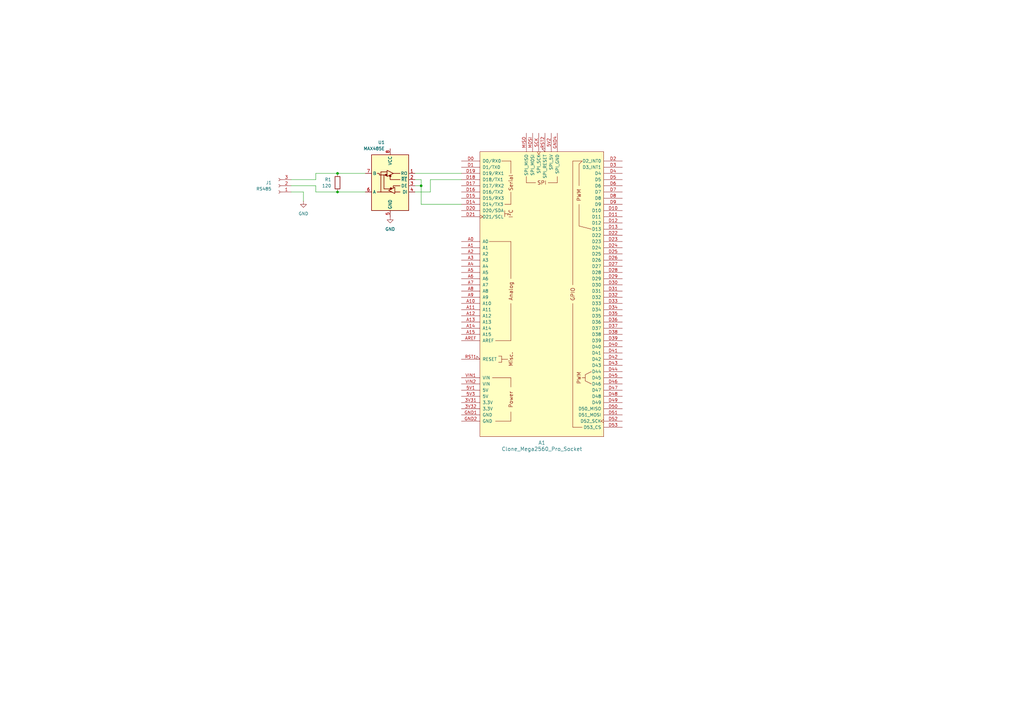
<source format=kicad_sch>
(kicad_sch
	(version 20231120)
	(generator "eeschema")
	(generator_version "8.0")
	(uuid "99e1b092-f874-406a-b97f-4ed9420e3dfe")
	(paper "A3")
	(lib_symbols
		(symbol "Connector:Conn_01x03_Socket"
			(pin_names
				(offset 1.016) hide)
			(exclude_from_sim no)
			(in_bom yes)
			(on_board yes)
			(property "Reference" "J"
				(at 0 5.08 0)
				(effects
					(font
						(size 1.27 1.27)
					)
				)
			)
			(property "Value" "Conn_01x03_Socket"
				(at 0 -5.08 0)
				(effects
					(font
						(size 1.27 1.27)
					)
				)
			)
			(property "Footprint" ""
				(at 0 0 0)
				(effects
					(font
						(size 1.27 1.27)
					)
					(hide yes)
				)
			)
			(property "Datasheet" "~"
				(at 0 0 0)
				(effects
					(font
						(size 1.27 1.27)
					)
					(hide yes)
				)
			)
			(property "Description" "Generic connector, single row, 01x03, script generated"
				(at 0 0 0)
				(effects
					(font
						(size 1.27 1.27)
					)
					(hide yes)
				)
			)
			(property "ki_locked" ""
				(at 0 0 0)
				(effects
					(font
						(size 1.27 1.27)
					)
				)
			)
			(property "ki_keywords" "connector"
				(at 0 0 0)
				(effects
					(font
						(size 1.27 1.27)
					)
					(hide yes)
				)
			)
			(property "ki_fp_filters" "Connector*:*_1x??_*"
				(at 0 0 0)
				(effects
					(font
						(size 1.27 1.27)
					)
					(hide yes)
				)
			)
			(symbol "Conn_01x03_Socket_1_1"
				(arc
					(start 0 -2.032)
					(mid -0.5058 -2.54)
					(end 0 -3.048)
					(stroke
						(width 0.1524)
						(type default)
					)
					(fill
						(type none)
					)
				)
				(polyline
					(pts
						(xy -1.27 -2.54) (xy -0.508 -2.54)
					)
					(stroke
						(width 0.1524)
						(type default)
					)
					(fill
						(type none)
					)
				)
				(polyline
					(pts
						(xy -1.27 0) (xy -0.508 0)
					)
					(stroke
						(width 0.1524)
						(type default)
					)
					(fill
						(type none)
					)
				)
				(polyline
					(pts
						(xy -1.27 2.54) (xy -0.508 2.54)
					)
					(stroke
						(width 0.1524)
						(type default)
					)
					(fill
						(type none)
					)
				)
				(arc
					(start 0 0.508)
					(mid -0.5058 0)
					(end 0 -0.508)
					(stroke
						(width 0.1524)
						(type default)
					)
					(fill
						(type none)
					)
				)
				(arc
					(start 0 3.048)
					(mid -0.5058 2.54)
					(end 0 2.032)
					(stroke
						(width 0.1524)
						(type default)
					)
					(fill
						(type none)
					)
				)
				(pin passive line
					(at -5.08 2.54 0)
					(length 3.81)
					(name "Pin_1"
						(effects
							(font
								(size 1.27 1.27)
							)
						)
					)
					(number "1"
						(effects
							(font
								(size 1.27 1.27)
							)
						)
					)
				)
				(pin passive line
					(at -5.08 0 0)
					(length 3.81)
					(name "Pin_2"
						(effects
							(font
								(size 1.27 1.27)
							)
						)
					)
					(number "2"
						(effects
							(font
								(size 1.27 1.27)
							)
						)
					)
				)
				(pin passive line
					(at -5.08 -2.54 0)
					(length 3.81)
					(name "Pin_3"
						(effects
							(font
								(size 1.27 1.27)
							)
						)
					)
					(number "3"
						(effects
							(font
								(size 1.27 1.27)
							)
						)
					)
				)
			)
		)
		(symbol "Device:R"
			(pin_numbers hide)
			(pin_names
				(offset 0)
			)
			(exclude_from_sim no)
			(in_bom yes)
			(on_board yes)
			(property "Reference" "R"
				(at 2.032 0 90)
				(effects
					(font
						(size 1.27 1.27)
					)
				)
			)
			(property "Value" "R"
				(at 0 0 90)
				(effects
					(font
						(size 1.27 1.27)
					)
				)
			)
			(property "Footprint" ""
				(at -1.778 0 90)
				(effects
					(font
						(size 1.27 1.27)
					)
					(hide yes)
				)
			)
			(property "Datasheet" "~"
				(at 0 0 0)
				(effects
					(font
						(size 1.27 1.27)
					)
					(hide yes)
				)
			)
			(property "Description" "Resistor"
				(at 0 0 0)
				(effects
					(font
						(size 1.27 1.27)
					)
					(hide yes)
				)
			)
			(property "ki_keywords" "R res resistor"
				(at 0 0 0)
				(effects
					(font
						(size 1.27 1.27)
					)
					(hide yes)
				)
			)
			(property "ki_fp_filters" "R_*"
				(at 0 0 0)
				(effects
					(font
						(size 1.27 1.27)
					)
					(hide yes)
				)
			)
			(symbol "R_0_1"
				(rectangle
					(start -1.016 -2.54)
					(end 1.016 2.54)
					(stroke
						(width 0.254)
						(type default)
					)
					(fill
						(type none)
					)
				)
			)
			(symbol "R_1_1"
				(pin passive line
					(at 0 3.81 270)
					(length 1.27)
					(name "~"
						(effects
							(font
								(size 1.27 1.27)
							)
						)
					)
					(number "1"
						(effects
							(font
								(size 1.27 1.27)
							)
						)
					)
				)
				(pin passive line
					(at 0 -3.81 90)
					(length 1.27)
					(name "~"
						(effects
							(font
								(size 1.27 1.27)
							)
						)
					)
					(number "2"
						(effects
							(font
								(size 1.27 1.27)
							)
						)
					)
				)
			)
		)
		(symbol "Interface_UART:MAX485E"
			(exclude_from_sim no)
			(in_bom yes)
			(on_board yes)
			(property "Reference" "U"
				(at -6.096 11.43 0)
				(effects
					(font
						(size 1.27 1.27)
					)
				)
			)
			(property "Value" "MAX485E"
				(at 0.762 11.43 0)
				(effects
					(font
						(size 1.27 1.27)
					)
					(justify left)
				)
			)
			(property "Footprint" ""
				(at 0 -17.78 0)
				(effects
					(font
						(size 1.27 1.27)
					)
					(hide yes)
				)
			)
			(property "Datasheet" "https://datasheets.maximintegrated.com/en/ds/MAX1487E-MAX491E.pdf"
				(at 0 1.27 0)
				(effects
					(font
						(size 1.27 1.27)
					)
					(hide yes)
				)
			)
			(property "Description" "Half duplex RS-485/RS-422, 2.5 Mbps, ±15kV electro-static discharge (ESD) protection, no slew-rate, no low-power shutdown, with receiver/driver enable, 32 receiver drive capability, DIP-8 and SOIC-8"
				(at 0 0 0)
				(effects
					(font
						(size 1.27 1.27)
					)
					(hide yes)
				)
			)
			(property "ki_keywords" "transceiver"
				(at 0 0 0)
				(effects
					(font
						(size 1.27 1.27)
					)
					(hide yes)
				)
			)
			(property "ki_fp_filters" "DIP*W7.62mm* SOIC*3.9x4.9mm*P1.27mm*"
				(at 0 0 0)
				(effects
					(font
						(size 1.27 1.27)
					)
					(hide yes)
				)
			)
			(symbol "MAX485E_0_1"
				(rectangle
					(start -7.62 10.16)
					(end 7.62 -12.7)
					(stroke
						(width 0.254)
						(type default)
					)
					(fill
						(type background)
					)
				)
				(circle
					(center -0.3048 -3.683)
					(radius 0.3556)
					(stroke
						(width 0.254)
						(type default)
					)
					(fill
						(type outline)
					)
				)
				(circle
					(center -0.0254 1.4986)
					(radius 0.3556)
					(stroke
						(width 0.254)
						(type default)
					)
					(fill
						(type outline)
					)
				)
				(polyline
					(pts
						(xy -4.064 -5.08) (xy -1.905 -5.08)
					)
					(stroke
						(width 0.254)
						(type default)
					)
					(fill
						(type none)
					)
				)
				(polyline
					(pts
						(xy -4.064 2.54) (xy -1.27 2.54)
					)
					(stroke
						(width 0.254)
						(type default)
					)
					(fill
						(type none)
					)
				)
				(polyline
					(pts
						(xy -1.27 -3.2004) (xy -1.27 -3.4544)
					)
					(stroke
						(width 0.254)
						(type default)
					)
					(fill
						(type none)
					)
				)
				(polyline
					(pts
						(xy -0.635 -5.08) (xy 5.334 -5.08)
					)
					(stroke
						(width 0.254)
						(type default)
					)
					(fill
						(type none)
					)
				)
				(polyline
					(pts
						(xy -4.064 -2.54) (xy -1.27 -2.54) (xy -1.27 -3.175)
					)
					(stroke
						(width 0.254)
						(type default)
					)
					(fill
						(type none)
					)
				)
				(polyline
					(pts
						(xy 0 1.27) (xy 0 0) (xy -4.064 0)
					)
					(stroke
						(width 0.254)
						(type default)
					)
					(fill
						(type none)
					)
				)
				(polyline
					(pts
						(xy 1.27 3.175) (xy 3.81 3.175) (xy 3.81 -5.08)
					)
					(stroke
						(width 0.254)
						(type default)
					)
					(fill
						(type none)
					)
				)
				(polyline
					(pts
						(xy 2.54 1.905) (xy 2.54 -3.81) (xy 0 -3.81)
					)
					(stroke
						(width 0.254)
						(type default)
					)
					(fill
						(type none)
					)
				)
				(polyline
					(pts
						(xy -1.905 -3.175) (xy -1.905 -5.715) (xy 0.635 -4.445) (xy -1.905 -3.175)
					)
					(stroke
						(width 0.254)
						(type default)
					)
					(fill
						(type none)
					)
				)
				(polyline
					(pts
						(xy -1.27 2.54) (xy 1.27 3.81) (xy 1.27 1.27) (xy -1.27 2.54)
					)
					(stroke
						(width 0.254)
						(type default)
					)
					(fill
						(type none)
					)
				)
				(polyline
					(pts
						(xy 1.905 1.905) (xy 4.445 1.905) (xy 4.445 2.54) (xy 5.334 2.54)
					)
					(stroke
						(width 0.254)
						(type default)
					)
					(fill
						(type none)
					)
				)
				(rectangle
					(start 1.27 3.175)
					(end 1.27 3.175)
					(stroke
						(width 0)
						(type default)
					)
					(fill
						(type none)
					)
				)
				(circle
					(center 1.651 1.905)
					(radius 0.3556)
					(stroke
						(width 0.254)
						(type default)
					)
					(fill
						(type outline)
					)
				)
			)
			(symbol "MAX485E_1_1"
				(pin output line
					(at -10.16 2.54 0)
					(length 2.54)
					(name "RO"
						(effects
							(font
								(size 1.27 1.27)
							)
						)
					)
					(number "1"
						(effects
							(font
								(size 1.27 1.27)
							)
						)
					)
				)
				(pin input line
					(at -10.16 0 0)
					(length 2.54)
					(name "~{RE}"
						(effects
							(font
								(size 1.27 1.27)
							)
						)
					)
					(number "2"
						(effects
							(font
								(size 1.27 1.27)
							)
						)
					)
				)
				(pin input line
					(at -10.16 -2.54 0)
					(length 2.54)
					(name "DE"
						(effects
							(font
								(size 1.27 1.27)
							)
						)
					)
					(number "3"
						(effects
							(font
								(size 1.27 1.27)
							)
						)
					)
				)
				(pin input line
					(at -10.16 -5.08 0)
					(length 2.54)
					(name "DI"
						(effects
							(font
								(size 1.27 1.27)
							)
						)
					)
					(number "4"
						(effects
							(font
								(size 1.27 1.27)
							)
						)
					)
				)
				(pin power_in line
					(at 0 -15.24 90)
					(length 2.54)
					(name "GND"
						(effects
							(font
								(size 1.27 1.27)
							)
						)
					)
					(number "5"
						(effects
							(font
								(size 1.27 1.27)
							)
						)
					)
				)
				(pin bidirectional line
					(at 10.16 -5.08 180)
					(length 2.54)
					(name "A"
						(effects
							(font
								(size 1.27 1.27)
							)
						)
					)
					(number "6"
						(effects
							(font
								(size 1.27 1.27)
							)
						)
					)
				)
				(pin bidirectional line
					(at 10.16 2.54 180)
					(length 2.54)
					(name "B"
						(effects
							(font
								(size 1.27 1.27)
							)
						)
					)
					(number "7"
						(effects
							(font
								(size 1.27 1.27)
							)
						)
					)
				)
				(pin power_in line
					(at 0 12.7 270)
					(length 2.54)
					(name "VCC"
						(effects
							(font
								(size 1.27 1.27)
							)
						)
					)
					(number "8"
						(effects
							(font
								(size 1.27 1.27)
							)
						)
					)
				)
			)
		)
		(symbol "arduino-library:Clone_Mega2560_Pro_Socket"
			(pin_names
				(offset 1.016)
			)
			(exclude_from_sim no)
			(in_bom yes)
			(on_board yes)
			(property "Reference" "A"
				(at 0 -62.23 0)
				(effects
					(font
						(size 1.524 1.524)
					)
				)
			)
			(property "Value" "Clone_Mega2560_Pro_Socket"
				(at 0 -66.04 0)
				(effects
					(font
						(size 1.524 1.524)
					)
				)
			)
			(property "Footprint" "PCM_arduino-library:Clone_Mega2560_Pro_Socket"
				(at 0 -73.66 0)
				(effects
					(font
						(size 1.524 1.524)
					)
					(hide yes)
				)
			)
			(property "Datasheet" "https://www.pcboard.ca/mega-2560-pro"
				(at 0 -69.85 0)
				(effects
					(font
						(size 1.524 1.524)
					)
					(hide yes)
				)
			)
			(property "Description" "Socket for Common Unofficial Mega2560 Pro Clone"
				(at 0 0 0)
				(effects
					(font
						(size 1.27 1.27)
					)
					(hide yes)
				)
			)
			(property "ki_keywords" "Clone MPU Shield"
				(at 0 0 0)
				(effects
					(font
						(size 1.27 1.27)
					)
					(hide yes)
				)
			)
			(property "ki_fp_filters" "Clone_Mega2560_Pro_Shield"
				(at 0 0 0)
				(effects
					(font
						(size 1.27 1.27)
					)
					(hide yes)
				)
			)
			(symbol "Clone_Mega2560_Pro_Socket_0_0"
				(rectangle
					(start -25.4 -58.42)
					(end 25.4 58.42)
					(stroke
						(width 0)
						(type default)
					)
					(fill
						(type background)
					)
				)
				(rectangle
					(start -20.32 -34.29)
					(end -12.7 -34.29)
					(stroke
						(width 0)
						(type default)
					)
					(fill
						(type none)
					)
				)
				(rectangle
					(start -19.05 -52.07)
					(end -12.7 -52.07)
					(stroke
						(width 0)
						(type default)
					)
					(fill
						(type none)
					)
				)
				(rectangle
					(start -19.05 -19.05)
					(end -12.7 -19.05)
					(stroke
						(width 0)
						(type default)
					)
					(fill
						(type none)
					)
				)
				(rectangle
					(start -17.78 -27.94)
					(end -16.51 -27.94)
					(stroke
						(width 0)
						(type default)
					)
					(fill
						(type none)
					)
				)
				(rectangle
					(start -17.78 -25.4)
					(end -16.51 -25.4)
					(stroke
						(width 0)
						(type default)
					)
					(fill
						(type none)
					)
				)
				(rectangle
					(start -16.51 -26.67)
					(end -13.97 -26.67)
					(stroke
						(width 0)
						(type default)
					)
					(fill
						(type none)
					)
				)
				(rectangle
					(start -16.51 -25.4)
					(end -16.51 -27.94)
					(stroke
						(width 0)
						(type default)
					)
					(fill
						(type none)
					)
				)
				(rectangle
					(start -16.51 54.61)
					(end -12.7 54.61)
					(stroke
						(width 0)
						(type default)
					)
					(fill
						(type none)
					)
				)
				(rectangle
					(start -15.24 33.02)
					(end -13.97 33.02)
					(stroke
						(width 0)
						(type default)
					)
					(fill
						(type none)
					)
				)
				(rectangle
					(start -15.24 34.29)
					(end -15.24 31.75)
					(stroke
						(width 0)
						(type default)
					)
					(fill
						(type none)
					)
				)
				(rectangle
					(start -15.24 36.83)
					(end -12.7 36.83)
					(stroke
						(width 0)
						(type default)
					)
					(fill
						(type none)
					)
				)
				(rectangle
					(start -12.7 -48.26)
					(end -12.7 -52.07)
					(stroke
						(width 0)
						(type default)
					)
					(fill
						(type none)
					)
				)
				(rectangle
					(start -12.7 -34.29)
					(end -12.7 -38.1)
					(stroke
						(width 0)
						(type default)
					)
					(fill
						(type none)
					)
				)
				(rectangle
					(start -12.7 41.91)
					(end -12.7 36.83)
					(stroke
						(width 0)
						(type default)
					)
					(fill
						(type none)
					)
				)
				(rectangle
					(start -12.7 49.53)
					(end -12.7 54.61)
					(stroke
						(width 0)
						(type default)
					)
					(fill
						(type none)
					)
				)
				(rectangle
					(start -6.35 48.26)
					(end -6.35 45.72)
					(stroke
						(width 0)
						(type default)
					)
					(fill
						(type none)
					)
				)
				(rectangle
					(start -2.54 45.72)
					(end -6.35 45.72)
					(stroke
						(width 0)
						(type default)
					)
					(fill
						(type none)
					)
				)
				(polyline
					(pts
						(xy -21.59 21.59) (xy -12.7 21.59)
					)
					(stroke
						(width 0)
						(type default)
					)
					(fill
						(type none)
					)
				)
				(polyline
					(pts
						(xy -12.7 -19.05) (xy -12.7 -3.81)
					)
					(stroke
						(width 0)
						(type default)
					)
					(fill
						(type none)
					)
				)
				(polyline
					(pts
						(xy -12.7 6.35) (xy -12.7 21.59)
					)
					(stroke
						(width 0)
						(type default)
					)
					(fill
						(type none)
					)
				)
				(polyline
					(pts
						(xy 12.7 -54.61) (xy 16.51 -54.61)
					)
					(stroke
						(width 0)
						(type default)
					)
					(fill
						(type none)
					)
				)
				(polyline
					(pts
						(xy 12.7 54.61) (xy 16.51 54.61)
					)
					(stroke
						(width 0)
						(type default)
					)
					(fill
						(type none)
					)
				)
				(polyline
					(pts
						(xy 17.78 -34.29) (xy 16.51 -34.29)
					)
					(stroke
						(width 0)
						(type default)
					)
					(fill
						(type none)
					)
				)
				(polyline
					(pts
						(xy 15.24 36.83) (xy 15.24 27.94) (xy 20.32 26.67)
					)
					(stroke
						(width 0)
						(type default)
					)
					(fill
						(type none)
					)
				)
				(polyline
					(pts
						(xy 15.24 44.45) (xy 15.24 53.34) (xy 16.51 54.61)
					)
					(stroke
						(width 0)
						(type default)
					)
					(fill
						(type none)
					)
				)
				(polyline
					(pts
						(xy 20.32 -31.75) (xy 17.78 -33.02) (xy 17.78 -35.56) (xy 20.32 -36.83)
					)
					(stroke
						(width 0)
						(type default)
					)
					(fill
						(type none)
					)
				)
				(rectangle
					(start 6.35 45.72)
					(end 2.54 45.72)
					(stroke
						(width 0)
						(type default)
					)
					(fill
						(type none)
					)
				)
				(rectangle
					(start 6.35 48.26)
					(end 6.35 45.72)
					(stroke
						(width 0)
						(type default)
					)
					(fill
						(type none)
					)
				)
				(text "Analog"
					(at -12.7 1.27 900)
					(effects
						(font
							(size 1.524 1.524)
						)
					)
				)
				(text "I²C"
					(at -12.7 33.02 900)
					(effects
						(font
							(size 1.524 1.524)
						)
					)
				)
				(text "Misc."
					(at -12.7 -26.67 900)
					(effects
						(font
							(size 1.524 1.524)
						)
					)
				)
				(text "Power"
					(at -12.7 -43.18 900)
					(effects
						(font
							(size 1.524 1.524)
						)
					)
				)
				(text "PWM"
					(at 15.24 -34.29 900)
					(effects
						(font
							(size 1.524 1.524)
						)
					)
				)
				(text "PWM"
					(at 15.24 40.64 900)
					(effects
						(font
							(size 1.524 1.524)
						)
					)
				)
				(text "Serial"
					(at -12.7 45.72 900)
					(effects
						(font
							(size 1.524 1.524)
						)
					)
				)
				(text "SPI"
					(at 0 45.72 0)
					(effects
						(font
							(size 1.524 1.524)
						)
					)
				)
			)
			(symbol "Clone_Mega2560_Pro_Socket_1_0"
				(rectangle
					(start 12.7 -54.61)
					(end 12.7 -3.81)
					(stroke
						(width 0)
						(type default)
					)
					(fill
						(type none)
					)
				)
				(rectangle
					(start 12.7 54.61)
					(end 12.7 3.81)
					(stroke
						(width 0)
						(type default)
					)
					(fill
						(type none)
					)
				)
				(text "GPIO"
					(at 12.7 0 900)
					(effects
						(font
							(size 1.524 1.524)
						)
					)
				)
			)
			(symbol "Clone_Mega2560_Pro_Socket_1_1"
				(pin power_out line
					(at -33.02 -44.45 0)
					(length 7.62)
					(name "3.3V"
						(effects
							(font
								(size 1.27 1.27)
							)
						)
					)
					(number "3V31"
						(effects
							(font
								(size 1.27 1.27)
							)
						)
					)
				)
				(pin power_out line
					(at -33.02 -46.99 0)
					(length 7.62)
					(name "3.3V"
						(effects
							(font
								(size 1.27 1.27)
							)
						)
					)
					(number "3V32"
						(effects
							(font
								(size 1.27 1.27)
							)
						)
					)
				)
				(pin power_in line
					(at -33.02 -39.37 0)
					(length 7.62)
					(name "5V"
						(effects
							(font
								(size 1.27 1.27)
							)
						)
					)
					(number "5V1"
						(effects
							(font
								(size 1.27 1.27)
							)
						)
					)
				)
				(pin power_in line
					(at 3.81 66.04 270)
					(length 7.62)
					(name "SPI_5V"
						(effects
							(font
								(size 1.27 1.27)
							)
						)
					)
					(number "5V2"
						(effects
							(font
								(size 1.27 1.27)
							)
						)
					)
				)
				(pin power_in line
					(at -33.02 -41.91 0)
					(length 7.62)
					(name "5V"
						(effects
							(font
								(size 1.27 1.27)
							)
						)
					)
					(number "5V3"
						(effects
							(font
								(size 1.27 1.27)
							)
						)
					)
				)
				(pin bidirectional line
					(at -33.02 21.59 0)
					(length 7.62)
					(name "A0"
						(effects
							(font
								(size 1.27 1.27)
							)
						)
					)
					(number "A0"
						(effects
							(font
								(size 1.27 1.27)
							)
						)
					)
				)
				(pin bidirectional line
					(at -33.02 19.05 0)
					(length 7.62)
					(name "A1"
						(effects
							(font
								(size 1.27 1.27)
							)
						)
					)
					(number "A1"
						(effects
							(font
								(size 1.27 1.27)
							)
						)
					)
				)
				(pin bidirectional line
					(at -33.02 -3.81 0)
					(length 7.62)
					(name "A10"
						(effects
							(font
								(size 1.27 1.27)
							)
						)
					)
					(number "A10"
						(effects
							(font
								(size 1.27 1.27)
							)
						)
					)
				)
				(pin bidirectional line
					(at -33.02 -6.35 0)
					(length 7.62)
					(name "A11"
						(effects
							(font
								(size 1.27 1.27)
							)
						)
					)
					(number "A11"
						(effects
							(font
								(size 1.27 1.27)
							)
						)
					)
				)
				(pin bidirectional line
					(at -33.02 -8.89 0)
					(length 7.62)
					(name "A12"
						(effects
							(font
								(size 1.27 1.27)
							)
						)
					)
					(number "A12"
						(effects
							(font
								(size 1.27 1.27)
							)
						)
					)
				)
				(pin bidirectional line
					(at -33.02 -11.43 0)
					(length 7.62)
					(name "A13"
						(effects
							(font
								(size 1.27 1.27)
							)
						)
					)
					(number "A13"
						(effects
							(font
								(size 1.27 1.27)
							)
						)
					)
				)
				(pin bidirectional line
					(at -33.02 -13.97 0)
					(length 7.62)
					(name "A14"
						(effects
							(font
								(size 1.27 1.27)
							)
						)
					)
					(number "A14"
						(effects
							(font
								(size 1.27 1.27)
							)
						)
					)
				)
				(pin bidirectional line
					(at -33.02 -16.51 0)
					(length 7.62)
					(name "A15"
						(effects
							(font
								(size 1.27 1.27)
							)
						)
					)
					(number "A15"
						(effects
							(font
								(size 1.27 1.27)
							)
						)
					)
				)
				(pin bidirectional line
					(at -33.02 16.51 0)
					(length 7.62)
					(name "A2"
						(effects
							(font
								(size 1.27 1.27)
							)
						)
					)
					(number "A2"
						(effects
							(font
								(size 1.27 1.27)
							)
						)
					)
				)
				(pin bidirectional line
					(at -33.02 13.97 0)
					(length 7.62)
					(name "A3"
						(effects
							(font
								(size 1.27 1.27)
							)
						)
					)
					(number "A3"
						(effects
							(font
								(size 1.27 1.27)
							)
						)
					)
				)
				(pin bidirectional line
					(at -33.02 11.43 0)
					(length 7.62)
					(name "A4"
						(effects
							(font
								(size 1.27 1.27)
							)
						)
					)
					(number "A4"
						(effects
							(font
								(size 1.27 1.27)
							)
						)
					)
				)
				(pin bidirectional line
					(at -33.02 8.89 0)
					(length 7.62)
					(name "A5"
						(effects
							(font
								(size 1.27 1.27)
							)
						)
					)
					(number "A5"
						(effects
							(font
								(size 1.27 1.27)
							)
						)
					)
				)
				(pin bidirectional line
					(at -33.02 6.35 0)
					(length 7.62)
					(name "A6"
						(effects
							(font
								(size 1.27 1.27)
							)
						)
					)
					(number "A6"
						(effects
							(font
								(size 1.27 1.27)
							)
						)
					)
				)
				(pin bidirectional line
					(at -33.02 3.81 0)
					(length 7.62)
					(name "A7"
						(effects
							(font
								(size 1.27 1.27)
							)
						)
					)
					(number "A7"
						(effects
							(font
								(size 1.27 1.27)
							)
						)
					)
				)
				(pin bidirectional line
					(at -33.02 1.27 0)
					(length 7.62)
					(name "A8"
						(effects
							(font
								(size 1.27 1.27)
							)
						)
					)
					(number "A8"
						(effects
							(font
								(size 1.27 1.27)
							)
						)
					)
				)
				(pin bidirectional line
					(at -33.02 -1.27 0)
					(length 7.62)
					(name "A9"
						(effects
							(font
								(size 1.27 1.27)
							)
						)
					)
					(number "A9"
						(effects
							(font
								(size 1.27 1.27)
							)
						)
					)
				)
				(pin input line
					(at -33.02 -19.05 0)
					(length 7.62)
					(name "AREF"
						(effects
							(font
								(size 1.27 1.27)
							)
						)
					)
					(number "AREF"
						(effects
							(font
								(size 1.27 1.27)
							)
						)
					)
				)
				(pin bidirectional line
					(at -33.02 54.61 0)
					(length 7.62)
					(name "D0/RX0"
						(effects
							(font
								(size 1.27 1.27)
							)
						)
					)
					(number "D0"
						(effects
							(font
								(size 1.27 1.27)
							)
						)
					)
				)
				(pin bidirectional line
					(at -33.02 52.07 0)
					(length 7.62)
					(name "D1/TX0"
						(effects
							(font
								(size 1.27 1.27)
							)
						)
					)
					(number "D1"
						(effects
							(font
								(size 1.27 1.27)
							)
						)
					)
				)
				(pin bidirectional line
					(at 33.02 34.29 180)
					(length 7.62)
					(name "D10"
						(effects
							(font
								(size 1.27 1.27)
							)
						)
					)
					(number "D10"
						(effects
							(font
								(size 1.27 1.27)
							)
						)
					)
				)
				(pin bidirectional line
					(at 33.02 31.75 180)
					(length 7.62)
					(name "D11"
						(effects
							(font
								(size 1.27 1.27)
							)
						)
					)
					(number "D11"
						(effects
							(font
								(size 1.27 1.27)
							)
						)
					)
				)
				(pin bidirectional line
					(at 33.02 29.21 180)
					(length 7.62)
					(name "D12"
						(effects
							(font
								(size 1.27 1.27)
							)
						)
					)
					(number "D12"
						(effects
							(font
								(size 1.27 1.27)
							)
						)
					)
				)
				(pin bidirectional line
					(at 33.02 26.67 180)
					(length 7.62)
					(name "D13"
						(effects
							(font
								(size 1.27 1.27)
							)
						)
					)
					(number "D13"
						(effects
							(font
								(size 1.27 1.27)
							)
						)
					)
				)
				(pin bidirectional line
					(at -33.02 36.83 0)
					(length 7.62)
					(name "D14/TX3"
						(effects
							(font
								(size 1.27 1.27)
							)
						)
					)
					(number "D14"
						(effects
							(font
								(size 1.27 1.27)
							)
						)
					)
				)
				(pin bidirectional line
					(at -33.02 39.37 0)
					(length 7.62)
					(name "D15/RX3"
						(effects
							(font
								(size 1.27 1.27)
							)
						)
					)
					(number "D15"
						(effects
							(font
								(size 1.27 1.27)
							)
						)
					)
				)
				(pin bidirectional line
					(at -33.02 41.91 0)
					(length 7.62)
					(name "D16/TX2"
						(effects
							(font
								(size 1.27 1.27)
							)
						)
					)
					(number "D16"
						(effects
							(font
								(size 1.27 1.27)
							)
						)
					)
				)
				(pin bidirectional line
					(at -33.02 44.45 0)
					(length 7.62)
					(name "D17/RX2"
						(effects
							(font
								(size 1.27 1.27)
							)
						)
					)
					(number "D17"
						(effects
							(font
								(size 1.27 1.27)
							)
						)
					)
				)
				(pin bidirectional line
					(at -33.02 46.99 0)
					(length 7.62)
					(name "D18/TX1"
						(effects
							(font
								(size 1.27 1.27)
							)
						)
					)
					(number "D18"
						(effects
							(font
								(size 1.27 1.27)
							)
						)
					)
				)
				(pin bidirectional line
					(at -33.02 49.53 0)
					(length 7.62)
					(name "D19/RX1"
						(effects
							(font
								(size 1.27 1.27)
							)
						)
					)
					(number "D19"
						(effects
							(font
								(size 1.27 1.27)
							)
						)
					)
				)
				(pin bidirectional line
					(at 33.02 54.61 180)
					(length 7.62)
					(name "D2_INT0"
						(effects
							(font
								(size 1.27 1.27)
							)
						)
					)
					(number "D2"
						(effects
							(font
								(size 1.27 1.27)
							)
						)
					)
				)
				(pin bidirectional line
					(at -33.02 34.29 0)
					(length 7.62)
					(name "D20/SDA"
						(effects
							(font
								(size 1.27 1.27)
							)
						)
					)
					(number "D20"
						(effects
							(font
								(size 1.27 1.27)
							)
						)
					)
				)
				(pin bidirectional clock
					(at -33.02 31.75 0)
					(length 7.62)
					(name "D21/SCL"
						(effects
							(font
								(size 1.27 1.27)
							)
						)
					)
					(number "D21"
						(effects
							(font
								(size 1.27 1.27)
							)
						)
					)
				)
				(pin bidirectional line
					(at 33.02 24.13 180)
					(length 7.62)
					(name "D22"
						(effects
							(font
								(size 1.27 1.27)
							)
						)
					)
					(number "D22"
						(effects
							(font
								(size 1.27 1.27)
							)
						)
					)
				)
				(pin bidirectional line
					(at 33.02 21.59 180)
					(length 7.62)
					(name "D23"
						(effects
							(font
								(size 1.27 1.27)
							)
						)
					)
					(number "D23"
						(effects
							(font
								(size 1.27 1.27)
							)
						)
					)
				)
				(pin bidirectional line
					(at 33.02 19.05 180)
					(length 7.62)
					(name "D24"
						(effects
							(font
								(size 1.27 1.27)
							)
						)
					)
					(number "D24"
						(effects
							(font
								(size 1.27 1.27)
							)
						)
					)
				)
				(pin bidirectional line
					(at 33.02 16.51 180)
					(length 7.62)
					(name "D25"
						(effects
							(font
								(size 1.27 1.27)
							)
						)
					)
					(number "D25"
						(effects
							(font
								(size 1.27 1.27)
							)
						)
					)
				)
				(pin bidirectional line
					(at 33.02 13.97 180)
					(length 7.62)
					(name "D26"
						(effects
							(font
								(size 1.27 1.27)
							)
						)
					)
					(number "D26"
						(effects
							(font
								(size 1.27 1.27)
							)
						)
					)
				)
				(pin bidirectional line
					(at 33.02 11.43 180)
					(length 7.62)
					(name "D27"
						(effects
							(font
								(size 1.27 1.27)
							)
						)
					)
					(number "D27"
						(effects
							(font
								(size 1.27 1.27)
							)
						)
					)
				)
				(pin bidirectional line
					(at 33.02 8.89 180)
					(length 7.62)
					(name "D28"
						(effects
							(font
								(size 1.27 1.27)
							)
						)
					)
					(number "D28"
						(effects
							(font
								(size 1.27 1.27)
							)
						)
					)
				)
				(pin bidirectional line
					(at 33.02 6.35 180)
					(length 7.62)
					(name "D29"
						(effects
							(font
								(size 1.27 1.27)
							)
						)
					)
					(number "D29"
						(effects
							(font
								(size 1.27 1.27)
							)
						)
					)
				)
				(pin bidirectional line
					(at 33.02 52.07 180)
					(length 7.62)
					(name "D3_INT1"
						(effects
							(font
								(size 1.27 1.27)
							)
						)
					)
					(number "D3"
						(effects
							(font
								(size 1.27 1.27)
							)
						)
					)
				)
				(pin bidirectional line
					(at 33.02 3.81 180)
					(length 7.62)
					(name "D30"
						(effects
							(font
								(size 1.27 1.27)
							)
						)
					)
					(number "D30"
						(effects
							(font
								(size 1.27 1.27)
							)
						)
					)
				)
				(pin bidirectional line
					(at 33.02 1.27 180)
					(length 7.62)
					(name "D31"
						(effects
							(font
								(size 1.27 1.27)
							)
						)
					)
					(number "D31"
						(effects
							(font
								(size 1.27 1.27)
							)
						)
					)
				)
				(pin bidirectional line
					(at 33.02 -1.27 180)
					(length 7.62)
					(name "D32"
						(effects
							(font
								(size 1.27 1.27)
							)
						)
					)
					(number "D32"
						(effects
							(font
								(size 1.27 1.27)
							)
						)
					)
				)
				(pin bidirectional line
					(at 33.02 -3.81 180)
					(length 7.62)
					(name "D33"
						(effects
							(font
								(size 1.27 1.27)
							)
						)
					)
					(number "D33"
						(effects
							(font
								(size 1.27 1.27)
							)
						)
					)
				)
				(pin bidirectional line
					(at 33.02 -6.35 180)
					(length 7.62)
					(name "D34"
						(effects
							(font
								(size 1.27 1.27)
							)
						)
					)
					(number "D34"
						(effects
							(font
								(size 1.27 1.27)
							)
						)
					)
				)
				(pin bidirectional line
					(at 33.02 -8.89 180)
					(length 7.62)
					(name "D35"
						(effects
							(font
								(size 1.27 1.27)
							)
						)
					)
					(number "D35"
						(effects
							(font
								(size 1.27 1.27)
							)
						)
					)
				)
				(pin bidirectional line
					(at 33.02 -11.43 180)
					(length 7.62)
					(name "D36"
						(effects
							(font
								(size 1.27 1.27)
							)
						)
					)
					(number "D36"
						(effects
							(font
								(size 1.27 1.27)
							)
						)
					)
				)
				(pin bidirectional line
					(at 33.02 -13.97 180)
					(length 7.62)
					(name "D37"
						(effects
							(font
								(size 1.27 1.27)
							)
						)
					)
					(number "D37"
						(effects
							(font
								(size 1.27 1.27)
							)
						)
					)
				)
				(pin bidirectional line
					(at 33.02 -16.51 180)
					(length 7.62)
					(name "D38"
						(effects
							(font
								(size 1.27 1.27)
							)
						)
					)
					(number "D38"
						(effects
							(font
								(size 1.27 1.27)
							)
						)
					)
				)
				(pin bidirectional line
					(at 33.02 -19.05 180)
					(length 7.62)
					(name "D39"
						(effects
							(font
								(size 1.27 1.27)
							)
						)
					)
					(number "D39"
						(effects
							(font
								(size 1.27 1.27)
							)
						)
					)
				)
				(pin bidirectional line
					(at 33.02 49.53 180)
					(length 7.62)
					(name "D4"
						(effects
							(font
								(size 1.27 1.27)
							)
						)
					)
					(number "D4"
						(effects
							(font
								(size 1.27 1.27)
							)
						)
					)
				)
				(pin bidirectional line
					(at 33.02 -21.59 180)
					(length 7.62)
					(name "D40"
						(effects
							(font
								(size 1.27 1.27)
							)
						)
					)
					(number "D40"
						(effects
							(font
								(size 1.27 1.27)
							)
						)
					)
				)
				(pin bidirectional line
					(at 33.02 -24.13 180)
					(length 7.62)
					(name "D41"
						(effects
							(font
								(size 1.27 1.27)
							)
						)
					)
					(number "D41"
						(effects
							(font
								(size 1.27 1.27)
							)
						)
					)
				)
				(pin bidirectional line
					(at 33.02 -26.67 180)
					(length 7.62)
					(name "D42"
						(effects
							(font
								(size 1.27 1.27)
							)
						)
					)
					(number "D42"
						(effects
							(font
								(size 1.27 1.27)
							)
						)
					)
				)
				(pin bidirectional line
					(at 33.02 -29.21 180)
					(length 7.62)
					(name "D43"
						(effects
							(font
								(size 1.27 1.27)
							)
						)
					)
					(number "D43"
						(effects
							(font
								(size 1.27 1.27)
							)
						)
					)
				)
				(pin bidirectional line
					(at 33.02 -31.75 180)
					(length 7.62)
					(name "D44"
						(effects
							(font
								(size 1.27 1.27)
							)
						)
					)
					(number "D44"
						(effects
							(font
								(size 1.27 1.27)
							)
						)
					)
				)
				(pin bidirectional line
					(at 33.02 -34.29 180)
					(length 7.62)
					(name "D45"
						(effects
							(font
								(size 1.27 1.27)
							)
						)
					)
					(number "D45"
						(effects
							(font
								(size 1.27 1.27)
							)
						)
					)
				)
				(pin bidirectional line
					(at 33.02 -36.83 180)
					(length 7.62)
					(name "D46"
						(effects
							(font
								(size 1.27 1.27)
							)
						)
					)
					(number "D46"
						(effects
							(font
								(size 1.27 1.27)
							)
						)
					)
				)
				(pin bidirectional line
					(at 33.02 -39.37 180)
					(length 7.62)
					(name "D47"
						(effects
							(font
								(size 1.27 1.27)
							)
						)
					)
					(number "D47"
						(effects
							(font
								(size 1.27 1.27)
							)
						)
					)
				)
				(pin bidirectional line
					(at 33.02 -41.91 180)
					(length 7.62)
					(name "D48"
						(effects
							(font
								(size 1.27 1.27)
							)
						)
					)
					(number "D48"
						(effects
							(font
								(size 1.27 1.27)
							)
						)
					)
				)
				(pin bidirectional line
					(at 33.02 -44.45 180)
					(length 7.62)
					(name "D49"
						(effects
							(font
								(size 1.27 1.27)
							)
						)
					)
					(number "D49"
						(effects
							(font
								(size 1.27 1.27)
							)
						)
					)
				)
				(pin bidirectional line
					(at 33.02 46.99 180)
					(length 7.62)
					(name "D5"
						(effects
							(font
								(size 1.27 1.27)
							)
						)
					)
					(number "D5"
						(effects
							(font
								(size 1.27 1.27)
							)
						)
					)
				)
				(pin bidirectional line
					(at 33.02 -46.99 180)
					(length 7.62)
					(name "D50_MISO"
						(effects
							(font
								(size 1.27 1.27)
							)
						)
					)
					(number "D50"
						(effects
							(font
								(size 1.27 1.27)
							)
						)
					)
				)
				(pin bidirectional line
					(at 33.02 -49.53 180)
					(length 7.62)
					(name "D51_MOSI"
						(effects
							(font
								(size 1.27 1.27)
							)
						)
					)
					(number "D51"
						(effects
							(font
								(size 1.27 1.27)
							)
						)
					)
				)
				(pin bidirectional clock
					(at 33.02 -52.07 180)
					(length 7.62)
					(name "D52_SCK"
						(effects
							(font
								(size 1.27 1.27)
							)
						)
					)
					(number "D52"
						(effects
							(font
								(size 1.27 1.27)
							)
						)
					)
				)
				(pin bidirectional line
					(at 33.02 -54.61 180)
					(length 7.62)
					(name "D53_CS"
						(effects
							(font
								(size 1.27 1.27)
							)
						)
					)
					(number "D53"
						(effects
							(font
								(size 1.27 1.27)
							)
						)
					)
				)
				(pin bidirectional line
					(at 33.02 44.45 180)
					(length 7.62)
					(name "D6"
						(effects
							(font
								(size 1.27 1.27)
							)
						)
					)
					(number "D6"
						(effects
							(font
								(size 1.27 1.27)
							)
						)
					)
				)
				(pin bidirectional line
					(at 33.02 41.91 180)
					(length 7.62)
					(name "D7"
						(effects
							(font
								(size 1.27 1.27)
							)
						)
					)
					(number "D7"
						(effects
							(font
								(size 1.27 1.27)
							)
						)
					)
				)
				(pin bidirectional line
					(at 33.02 39.37 180)
					(length 7.62)
					(name "D8"
						(effects
							(font
								(size 1.27 1.27)
							)
						)
					)
					(number "D8"
						(effects
							(font
								(size 1.27 1.27)
							)
						)
					)
				)
				(pin bidirectional line
					(at 33.02 36.83 180)
					(length 7.62)
					(name "D9"
						(effects
							(font
								(size 1.27 1.27)
							)
						)
					)
					(number "D9"
						(effects
							(font
								(size 1.27 1.27)
							)
						)
					)
				)
				(pin power_in line
					(at -33.02 -49.53 0)
					(length 7.62)
					(name "GND"
						(effects
							(font
								(size 1.27 1.27)
							)
						)
					)
					(number "GND1"
						(effects
							(font
								(size 1.27 1.27)
							)
						)
					)
				)
				(pin power_in line
					(at -33.02 -52.07 0)
					(length 7.62)
					(name "GND"
						(effects
							(font
								(size 1.27 1.27)
							)
						)
					)
					(number "GND2"
						(effects
							(font
								(size 1.27 1.27)
							)
						)
					)
				)
				(pin power_in line
					(at 6.35 66.04 270)
					(length 7.62)
					(name "SPI_GND"
						(effects
							(font
								(size 1.27 1.27)
							)
						)
					)
					(number "GND4"
						(effects
							(font
								(size 1.27 1.27)
							)
						)
					)
				)
				(pin input line
					(at -6.35 66.04 270)
					(length 7.62)
					(name "SPI_MISO"
						(effects
							(font
								(size 1.27 1.27)
							)
						)
					)
					(number "MISO"
						(effects
							(font
								(size 1.27 1.27)
							)
						)
					)
				)
				(pin output line
					(at -3.81 66.04 270)
					(length 7.62)
					(name "SPI_MOSI"
						(effects
							(font
								(size 1.27 1.27)
							)
						)
					)
					(number "MOSI"
						(effects
							(font
								(size 1.27 1.27)
							)
						)
					)
				)
				(pin open_collector input_low
					(at -33.02 -26.67 0)
					(length 7.62)
					(name "RESET"
						(effects
							(font
								(size 1.27 1.27)
							)
						)
					)
					(number "RST1"
						(effects
							(font
								(size 1.27 1.27)
							)
						)
					)
				)
				(pin open_collector input_low
					(at 1.27 66.04 270)
					(length 7.62)
					(name "SPI_RESET"
						(effects
							(font
								(size 1.27 1.27)
							)
						)
					)
					(number "RST2"
						(effects
							(font
								(size 1.27 1.27)
							)
						)
					)
				)
				(pin output clock
					(at -1.27 66.04 270)
					(length 7.62)
					(name "SPI_SCK"
						(effects
							(font
								(size 1.27 1.27)
							)
						)
					)
					(number "SCK"
						(effects
							(font
								(size 1.27 1.27)
							)
						)
					)
				)
				(pin power_in line
					(at -33.02 -34.29 0)
					(length 7.62)
					(name "VIN"
						(effects
							(font
								(size 1.27 1.27)
							)
						)
					)
					(number "VIN1"
						(effects
							(font
								(size 1.27 1.27)
							)
						)
					)
				)
				(pin power_in line
					(at -33.02 -36.83 0)
					(length 7.62)
					(name "VIN"
						(effects
							(font
								(size 1.27 1.27)
							)
						)
					)
					(number "VIN2"
						(effects
							(font
								(size 1.27 1.27)
							)
						)
					)
				)
			)
		)
		(symbol "power:GND"
			(power)
			(pin_numbers hide)
			(pin_names
				(offset 0) hide)
			(exclude_from_sim no)
			(in_bom yes)
			(on_board yes)
			(property "Reference" "#PWR"
				(at 0 -6.35 0)
				(effects
					(font
						(size 1.27 1.27)
					)
					(hide yes)
				)
			)
			(property "Value" "GND"
				(at 0 -3.81 0)
				(effects
					(font
						(size 1.27 1.27)
					)
				)
			)
			(property "Footprint" ""
				(at 0 0 0)
				(effects
					(font
						(size 1.27 1.27)
					)
					(hide yes)
				)
			)
			(property "Datasheet" ""
				(at 0 0 0)
				(effects
					(font
						(size 1.27 1.27)
					)
					(hide yes)
				)
			)
			(property "Description" "Power symbol creates a global label with name \"GND\" , ground"
				(at 0 0 0)
				(effects
					(font
						(size 1.27 1.27)
					)
					(hide yes)
				)
			)
			(property "ki_keywords" "global power"
				(at 0 0 0)
				(effects
					(font
						(size 1.27 1.27)
					)
					(hide yes)
				)
			)
			(symbol "GND_0_1"
				(polyline
					(pts
						(xy 0 0) (xy 0 -1.27) (xy 1.27 -1.27) (xy 0 -2.54) (xy -1.27 -1.27) (xy 0 -1.27)
					)
					(stroke
						(width 0)
						(type default)
					)
					(fill
						(type none)
					)
				)
			)
			(symbol "GND_1_1"
				(pin power_in line
					(at 0 0 270)
					(length 0)
					(name "~"
						(effects
							(font
								(size 1.27 1.27)
							)
						)
					)
					(number "1"
						(effects
							(font
								(size 1.27 1.27)
							)
						)
					)
				)
			)
		)
	)
	(junction
		(at 138.43 71.12)
		(diameter 0)
		(color 0 0 0 0)
		(uuid "670558b6-9ab2-442e-9497-2800baa6d7c3")
	)
	(junction
		(at 172.72 76.2)
		(diameter 0)
		(color 0 0 0 0)
		(uuid "83e16192-8131-421d-8a8f-4beada529a84")
	)
	(junction
		(at 138.43 78.74)
		(diameter 0)
		(color 0 0 0 0)
		(uuid "e39e32cd-be80-4b19-a34c-270d1378f939")
	)
	(wire
		(pts
			(xy 129.54 73.66) (xy 129.54 71.12)
		)
		(stroke
			(width 0)
			(type default)
		)
		(uuid "0bb58042-32ac-460a-b177-903fc1939a66")
	)
	(wire
		(pts
			(xy 129.54 71.12) (xy 138.43 71.12)
		)
		(stroke
			(width 0)
			(type default)
		)
		(uuid "0eb65af9-f84c-4a2c-8e55-2d3f336036ee")
	)
	(wire
		(pts
			(xy 176.53 73.66) (xy 189.23 73.66)
		)
		(stroke
			(width 0)
			(type default)
		)
		(uuid "23c8e841-eaa7-4328-a4ea-4a29177ffcfd")
	)
	(wire
		(pts
			(xy 170.18 78.74) (xy 176.53 78.74)
		)
		(stroke
			(width 0)
			(type default)
		)
		(uuid "27a9afa4-a51e-47b6-98b4-a97fb3d14c38")
	)
	(wire
		(pts
			(xy 172.72 76.2) (xy 170.18 76.2)
		)
		(stroke
			(width 0)
			(type default)
		)
		(uuid "3388fe36-e057-4674-afb3-d45c584f0ca1")
	)
	(wire
		(pts
			(xy 119.38 73.66) (xy 129.54 73.66)
		)
		(stroke
			(width 0)
			(type default)
		)
		(uuid "4a4ec1bd-2752-4d6d-b4b8-17ccf57a3051")
	)
	(wire
		(pts
			(xy 170.18 73.66) (xy 172.72 73.66)
		)
		(stroke
			(width 0)
			(type default)
		)
		(uuid "848b6cdf-928b-464f-a8fc-7a0c942c1e07")
	)
	(wire
		(pts
			(xy 172.72 73.66) (xy 172.72 76.2)
		)
		(stroke
			(width 0)
			(type default)
		)
		(uuid "8ac9da51-6dda-46b4-b519-a37f5badf4b0")
	)
	(wire
		(pts
			(xy 124.46 78.74) (xy 124.46 82.55)
		)
		(stroke
			(width 0)
			(type default)
		)
		(uuid "8ee99ee0-5528-4d08-a2ef-c24ff3ea353d")
	)
	(wire
		(pts
			(xy 172.72 83.82) (xy 172.72 76.2)
		)
		(stroke
			(width 0)
			(type default)
		)
		(uuid "90e0f4fa-d74f-4953-a963-a5f0c4278f05")
	)
	(wire
		(pts
			(xy 176.53 78.74) (xy 176.53 73.66)
		)
		(stroke
			(width 0)
			(type default)
		)
		(uuid "a11297e2-673b-4800-adec-a30e095b4e06")
	)
	(wire
		(pts
			(xy 170.18 71.12) (xy 189.23 71.12)
		)
		(stroke
			(width 0)
			(type default)
		)
		(uuid "a55a1257-374f-4445-bcf2-a61d5963877e")
	)
	(wire
		(pts
			(xy 119.38 78.74) (xy 124.46 78.74)
		)
		(stroke
			(width 0)
			(type default)
		)
		(uuid "ad7bc126-066a-4293-bc9d-9003f87d9058")
	)
	(wire
		(pts
			(xy 189.23 83.82) (xy 172.72 83.82)
		)
		(stroke
			(width 0)
			(type default)
		)
		(uuid "b25887d7-924e-4017-ac37-703e4476ad1f")
	)
	(wire
		(pts
			(xy 129.54 76.2) (xy 129.54 78.74)
		)
		(stroke
			(width 0)
			(type default)
		)
		(uuid "bf3a8d93-c212-46d3-97e4-6d2ced03ef1d")
	)
	(wire
		(pts
			(xy 138.43 78.74) (xy 149.86 78.74)
		)
		(stroke
			(width 0)
			(type default)
		)
		(uuid "d61ef127-47b0-4215-a82f-226c6afb80c8")
	)
	(wire
		(pts
			(xy 138.43 71.12) (xy 149.86 71.12)
		)
		(stroke
			(width 0)
			(type default)
		)
		(uuid "dd7d91cc-38cd-4a34-8d19-2b6e52d6ffe7")
	)
	(wire
		(pts
			(xy 129.54 78.74) (xy 138.43 78.74)
		)
		(stroke
			(width 0)
			(type default)
		)
		(uuid "ed304585-2b61-4337-8b04-102b4d9851b1")
	)
	(wire
		(pts
			(xy 119.38 76.2) (xy 129.54 76.2)
		)
		(stroke
			(width 0)
			(type default)
		)
		(uuid "faafa3c5-059a-4a63-a206-949466a425a2")
	)
	(symbol
		(lib_id "Interface_UART:MAX485E")
		(at 160.02 73.66 0)
		(mirror y)
		(unit 1)
		(exclude_from_sim no)
		(in_bom yes)
		(on_board yes)
		(dnp no)
		(uuid "27eb0bdd-b148-42b2-bd2c-a27fb37e7252")
		(property "Reference" "U1"
			(at 157.8259 58.42 0)
			(effects
				(font
					(size 1.27 1.27)
				)
				(justify left)
			)
		)
		(property "Value" "MAX485E"
			(at 157.8259 60.96 0)
			(effects
				(font
					(size 1.27 1.27)
				)
				(justify left)
			)
		)
		(property "Footprint" ""
			(at 160.02 91.44 0)
			(effects
				(font
					(size 1.27 1.27)
				)
				(hide yes)
			)
		)
		(property "Datasheet" "https://datasheets.maximintegrated.com/en/ds/MAX1487E-MAX491E.pdf"
			(at 160.02 72.39 0)
			(effects
				(font
					(size 1.27 1.27)
				)
				(hide yes)
			)
		)
		(property "Description" "Half duplex RS-485/RS-422, 2.5 Mbps, ±15kV electro-static discharge (ESD) protection, no slew-rate, no low-power shutdown, with receiver/driver enable, 32 receiver drive capability, DIP-8 and SOIC-8"
			(at 160.02 73.66 0)
			(effects
				(font
					(size 1.27 1.27)
				)
				(hide yes)
			)
		)
		(pin "3"
			(uuid "8a5f3968-c5d2-40a5-9039-22b1a528512d")
		)
		(pin "4"
			(uuid "d924e8c4-8413-4eaa-9ea7-5c6aa81a6b82")
		)
		(pin "6"
			(uuid "1da4ab48-4cd3-4679-8f6c-68d532debbb7")
		)
		(pin "8"
			(uuid "f4a9c336-51e0-42e2-8b2e-360a3ec1a2ce")
		)
		(pin "5"
			(uuid "993d812a-f0f8-4af5-80d8-5b36e57e6a9d")
		)
		(pin "2"
			(uuid "283a4830-1a55-4d84-8636-d39d4b54dd95")
		)
		(pin "1"
			(uuid "a6664bc7-9af3-41bf-8e74-7897322799a5")
		)
		(pin "7"
			(uuid "31ee2db6-f697-41e3-b0a3-6e139c3d6f7e")
		)
		(instances
			(project "Board_Control_Main_Buttons"
				(path "/99e1b092-f874-406a-b97f-4ed9420e3dfe"
					(reference "U1")
					(unit 1)
				)
			)
		)
	)
	(symbol
		(lib_id "power:GND")
		(at 124.46 82.55 0)
		(unit 1)
		(exclude_from_sim no)
		(in_bom yes)
		(on_board yes)
		(dnp no)
		(fields_autoplaced yes)
		(uuid "4de9e75a-bada-4820-b6ab-c847678b5856")
		(property "Reference" "#PWR01"
			(at 124.46 88.9 0)
			(effects
				(font
					(size 1.27 1.27)
				)
				(hide yes)
			)
		)
		(property "Value" "GND"
			(at 124.46 87.63 0)
			(effects
				(font
					(size 1.27 1.27)
				)
			)
		)
		(property "Footprint" ""
			(at 124.46 82.55 0)
			(effects
				(font
					(size 1.27 1.27)
				)
				(hide yes)
			)
		)
		(property "Datasheet" ""
			(at 124.46 82.55 0)
			(effects
				(font
					(size 1.27 1.27)
				)
				(hide yes)
			)
		)
		(property "Description" "Power symbol creates a global label with name \"GND\" , ground"
			(at 124.46 82.55 0)
			(effects
				(font
					(size 1.27 1.27)
				)
				(hide yes)
			)
		)
		(pin "1"
			(uuid "15b9a03a-e9c6-43bd-92c6-1b2e055043a6")
		)
		(instances
			(project "Board_Control_Main_Buttons"
				(path "/99e1b092-f874-406a-b97f-4ed9420e3dfe"
					(reference "#PWR01")
					(unit 1)
				)
			)
		)
	)
	(symbol
		(lib_id "Connector:Conn_01x03_Socket")
		(at 114.3 76.2 180)
		(unit 1)
		(exclude_from_sim no)
		(in_bom yes)
		(on_board yes)
		(dnp no)
		(uuid "4ed38643-dded-418e-afef-86fd4a7a93e7")
		(property "Reference" "J1"
			(at 110.236 74.93 0)
			(effects
				(font
					(size 1.27 1.27)
				)
			)
		)
		(property "Value" "RS485"
			(at 108.204 77.47 0)
			(effects
				(font
					(size 1.27 1.27)
				)
			)
		)
		(property "Footprint" ""
			(at 114.3 76.2 0)
			(effects
				(font
					(size 1.27 1.27)
				)
				(hide yes)
			)
		)
		(property "Datasheet" "~"
			(at 114.3 76.2 0)
			(effects
				(font
					(size 1.27 1.27)
				)
				(hide yes)
			)
		)
		(property "Description" "Generic connector, single row, 01x03, script generated"
			(at 114.3 76.2 0)
			(effects
				(font
					(size 1.27 1.27)
				)
				(hide yes)
			)
		)
		(pin "1"
			(uuid "448be080-816c-4097-a865-6d208b769487")
		)
		(pin "3"
			(uuid "a7247811-84a9-45fb-8706-2981247b9b3e")
		)
		(pin "2"
			(uuid "5d206d20-c68e-4c19-b501-2607882cd5db")
		)
		(instances
			(project "Board_Control_Main_Buttons"
				(path "/99e1b092-f874-406a-b97f-4ed9420e3dfe"
					(reference "J1")
					(unit 1)
				)
			)
		)
	)
	(symbol
		(lib_id "power:GND")
		(at 160.02 88.9 0)
		(unit 1)
		(exclude_from_sim no)
		(in_bom yes)
		(on_board yes)
		(dnp no)
		(fields_autoplaced yes)
		(uuid "59c64ba6-d9d0-46a7-b841-17ee1f3ba0c2")
		(property "Reference" "#PWR02"
			(at 160.02 95.25 0)
			(effects
				(font
					(size 1.27 1.27)
				)
				(hide yes)
			)
		)
		(property "Value" "GND"
			(at 160.02 93.98 0)
			(effects
				(font
					(size 1.27 1.27)
				)
			)
		)
		(property "Footprint" ""
			(at 160.02 88.9 0)
			(effects
				(font
					(size 1.27 1.27)
				)
				(hide yes)
			)
		)
		(property "Datasheet" ""
			(at 160.02 88.9 0)
			(effects
				(font
					(size 1.27 1.27)
				)
				(hide yes)
			)
		)
		(property "Description" "Power symbol creates a global label with name \"GND\" , ground"
			(at 160.02 88.9 0)
			(effects
				(font
					(size 1.27 1.27)
				)
				(hide yes)
			)
		)
		(pin "1"
			(uuid "141742d1-af60-4f9d-943e-0a093f12a167")
		)
		(instances
			(project "Board_Control_Main_Buttons"
				(path "/99e1b092-f874-406a-b97f-4ed9420e3dfe"
					(reference "#PWR02")
					(unit 1)
				)
			)
		)
	)
	(symbol
		(lib_id "Device:R")
		(at 138.43 74.93 0)
		(mirror y)
		(unit 1)
		(exclude_from_sim no)
		(in_bom yes)
		(on_board yes)
		(dnp no)
		(uuid "96bb1bf9-0ff0-4675-bde2-6f7e158c4332")
		(property "Reference" "R1"
			(at 135.89 73.6599 0)
			(effects
				(font
					(size 1.27 1.27)
				)
				(justify left)
			)
		)
		(property "Value" "120"
			(at 135.89 76.1999 0)
			(effects
				(font
					(size 1.27 1.27)
				)
				(justify left)
			)
		)
		(property "Footprint" ""
			(at 140.208 74.93 90)
			(effects
				(font
					(size 1.27 1.27)
				)
				(hide yes)
			)
		)
		(property "Datasheet" "~"
			(at 138.43 74.93 0)
			(effects
				(font
					(size 1.27 1.27)
				)
				(hide yes)
			)
		)
		(property "Description" "Resistor"
			(at 138.43 74.93 0)
			(effects
				(font
					(size 1.27 1.27)
				)
				(hide yes)
			)
		)
		(pin "1"
			(uuid "a4f29c88-3fee-4a00-93ab-9d9f558e90b0")
		)
		(pin "2"
			(uuid "08c3165c-391b-47d9-824d-7f22d2c908e9")
		)
		(instances
			(project "Board_Control_Main_Buttons"
				(path "/99e1b092-f874-406a-b97f-4ed9420e3dfe"
					(reference "R1")
					(unit 1)
				)
			)
		)
	)
	(symbol
		(lib_id "arduino-library:Clone_Mega2560_Pro_Socket")
		(at 222.25 120.65 0)
		(unit 1)
		(exclude_from_sim no)
		(in_bom yes)
		(on_board yes)
		(dnp no)
		(fields_autoplaced yes)
		(uuid "c7d1dcac-da08-4f3c-b698-f835cf3c7abf")
		(property "Reference" "A1"
			(at 222.25 181.61 0)
			(effects
				(font
					(size 1.524 1.524)
				)
			)
		)
		(property "Value" "Clone_Mega2560_Pro_Socket"
			(at 222.25 184.15 0)
			(effects
				(font
					(size 1.524 1.524)
				)
			)
		)
		(property "Footprint" "PCM_arduino-library:Clone_Mega2560_Pro_Socket"
			(at 222.25 194.31 0)
			(effects
				(font
					(size 1.524 1.524)
				)
				(hide yes)
			)
		)
		(property "Datasheet" "https://www.pcboard.ca/mega-2560-pro"
			(at 222.25 190.5 0)
			(effects
				(font
					(size 1.524 1.524)
				)
				(hide yes)
			)
		)
		(property "Description" "Socket for Common Unofficial Mega2560 Pro Clone"
			(at 222.25 120.65 0)
			(effects
				(font
					(size 1.27 1.27)
				)
				(hide yes)
			)
		)
		(pin "D35"
			(uuid "00aca596-cb7d-4322-988d-85b8d1adb126")
		)
		(pin "D36"
			(uuid "018d6bb3-ab49-4750-9ef3-caa0c492066c")
		)
		(pin "D16"
			(uuid "eb8b2757-b9a4-4b38-8e32-ac673f5d4383")
		)
		(pin "D33"
			(uuid "c65578a9-2445-491f-a860-5b015f6e916f")
		)
		(pin "D37"
			(uuid "3b3b7380-5abd-4c9d-bce5-9f4b8d938443")
		)
		(pin "3V31"
			(uuid "1d8a6105-5413-44f9-9f4d-ce4771cbda08")
		)
		(pin "D31"
			(uuid "dd956025-086b-4078-a13b-2836c656093c")
		)
		(pin "A14"
			(uuid "88a0a7b1-4573-4e83-8873-01feef9e8b52")
		)
		(pin "A11"
			(uuid "256a8bbd-f4df-4447-bc8a-f5ac44a15e99")
		)
		(pin "A0"
			(uuid "0014b70c-6d40-4374-956c-f39aa11df71a")
		)
		(pin "5V1"
			(uuid "446dde0a-c7be-4d62-9176-ab15614fae23")
		)
		(pin "A5"
			(uuid "749a18e4-6a06-4a96-bd41-bac707b5abe8")
		)
		(pin "D0"
			(uuid "08af9e2f-2214-4f2a-a1c9-69b35fe07c7b")
		)
		(pin "D10"
			(uuid "f6028ec3-42a6-4621-b662-4d0affbc6b3f")
		)
		(pin "D14"
			(uuid "0631d31e-ce93-4623-8c77-04d9639c3c15")
		)
		(pin "D19"
			(uuid "08d68992-dd11-42ca-b033-b6d665a960f7")
		)
		(pin "A13"
			(uuid "7e3e0daa-4494-408a-a56b-52e80b9c1f3c")
		)
		(pin "D22"
			(uuid "75b99c1e-1351-40f7-81a0-f46dc739bebd")
		)
		(pin "D25"
			(uuid "6a18621d-a55c-483d-8a59-b05677c75a3f")
		)
		(pin "A2"
			(uuid "dcae65f9-741d-4060-b27e-67d094e131ae")
		)
		(pin "3V32"
			(uuid "b3d7e0d6-75a5-4715-909f-f9be2ccc0826")
		)
		(pin "A1"
			(uuid "1b498a71-b55f-4790-ae4a-62914c5cbe59")
		)
		(pin "A12"
			(uuid "14aece18-8fb6-4034-9ee1-dccf6114d2e3")
		)
		(pin "A15"
			(uuid "5e4056e4-f28c-4168-82af-10859bbf4d85")
		)
		(pin "D11"
			(uuid "8e624de8-9d56-463c-8498-d3ff10326e54")
		)
		(pin "A8"
			(uuid "c69d5700-1d8b-4b4a-9db1-dc8fa9eb74dc")
		)
		(pin "A4"
			(uuid "03bdb20e-069b-4281-bf86-fde008ef4b20")
		)
		(pin "A9"
			(uuid "90e952b3-9ae1-4b8b-a28a-df65ea63e6f8")
		)
		(pin "AREF"
			(uuid "0fc935fa-5753-4579-84e7-847857432531")
		)
		(pin "D12"
			(uuid "a317cbf9-6598-49e5-9b89-4c53503c2446")
		)
		(pin "A3"
			(uuid "c51094bd-7b50-4916-bcbb-2a05ffd69a1e")
		)
		(pin "D1"
			(uuid "c9bc181f-3af4-4a7e-ba9a-f720332ebafe")
		)
		(pin "D13"
			(uuid "f3adf024-c93e-4d57-a7ef-799e8feb8232")
		)
		(pin "5V3"
			(uuid "f8195c39-a18f-4eaf-b1ba-090b375dfe6a")
		)
		(pin "D17"
			(uuid "8fc695af-a0ab-4609-82c2-3fb32d6aa4e5")
		)
		(pin "D18"
			(uuid "f1654429-a957-4156-85c0-8b3319ebede9")
		)
		(pin "D20"
			(uuid "624783cd-36c9-4bf4-9531-e1875d79eef5")
		)
		(pin "D21"
			(uuid "840bedb0-0b90-4024-a4b4-0457c3a6bb7f")
		)
		(pin "D26"
			(uuid "3656784f-5846-4e26-9a4e-baa58e484ddd")
		)
		(pin "D27"
			(uuid "ef1b57a1-b60e-443f-981b-c2e376af7e2f")
		)
		(pin "A10"
			(uuid "3fd0a583-e010-49a5-afa8-8a7a0ef180f8")
		)
		(pin "A6"
			(uuid "b606e29a-78fa-4c5b-8bd9-7e539a29a766")
		)
		(pin "D28"
			(uuid "0a6092a4-cc2e-4c75-bdd6-e60dff1729ac")
		)
		(pin "D3"
			(uuid "82214a7b-a5ef-4de1-acd5-643f479cf0c7")
		)
		(pin "5V2"
			(uuid "a4e3a888-abfa-4a36-94cb-2ae1bbf65a5f")
		)
		(pin "D30"
			(uuid "fe2a817f-99d2-4b85-a404-4260f8e602a1")
		)
		(pin "D15"
			(uuid "7e419b98-c0d6-4d38-8753-288a13c41b14")
		)
		(pin "D2"
			(uuid "ac6a66b3-bc5d-4560-861d-7b8bdd3b7bfe")
		)
		(pin "D29"
			(uuid "dcec1fd1-7e3c-4ae2-be5a-4bfe86edcd0e")
		)
		(pin "D32"
			(uuid "c882b248-0173-45c0-aece-e2b339c538ca")
		)
		(pin "D23"
			(uuid "58ac4863-087e-45cf-ada0-cb52109b978e")
		)
		(pin "D24"
			(uuid "e8a1ebc9-e2c8-4c69-9cd1-72bff8eaf78b")
		)
		(pin "D34"
			(uuid "5ba86a61-25f4-487b-98ac-aac413e3f9a3")
		)
		(pin "A7"
			(uuid "430f38e2-71cf-4814-b12e-714a9ccbf545")
		)
		(pin "D50"
			(uuid "940d9f4a-9ca7-43f5-acb6-45c7e4628641")
		)
		(pin "D44"
			(uuid "0f49f722-3995-4b7a-abdd-0e99e7be2ded")
		)
		(pin "D8"
			(uuid "73785936-d94d-464b-8c98-684a3ece6d5f")
		)
		(pin "D41"
			(uuid "35af8d9b-47bb-42ae-a075-31e9e2efa5f1")
		)
		(pin "MISO"
			(uuid "4cc5f37a-cdcb-4bd1-9d31-b24cd9aa89ba")
		)
		(pin "D6"
			(uuid "a56be6fb-61d6-4dd1-b5af-088914703f85")
		)
		(pin "RST1"
			(uuid "76e77556-07e0-4471-a9f8-97cfceb61285")
		)
		(pin "SCK"
			(uuid "5a3280f0-d05e-4673-9179-31015eb2d4ac")
		)
		(pin "D49"
			(uuid "afb17176-21f4-4dd4-a03f-7f49195a9f13")
		)
		(pin "D47"
			(uuid "1351415b-8297-4cff-9703-1886d82833fb")
		)
		(pin "GND1"
			(uuid "4c121d9e-6b50-4d15-adc3-004ad66ae0bf")
		)
		(pin "D38"
			(uuid "a7f461a1-958d-478b-96b9-eb8014033ab0")
		)
		(pin "GND2"
			(uuid "a91d6773-ba3c-447c-8f70-dad9170dd791")
		)
		(pin "GND4"
			(uuid "0fb0646b-5c46-43b3-a401-e04cd1d1599f")
		)
		(pin "RST2"
			(uuid "eec633fc-ee13-4c24-8b36-d53cd771231f")
		)
		(pin "D52"
			(uuid "d064fb4f-fb8d-425a-961d-d0054d17e8ee")
		)
		(pin "D5"
			(uuid "8c2d5b4f-b5be-4e30-a0f7-2f558e0b8c24")
		)
		(pin "D53"
			(uuid "d9bbb146-6f7b-4bb3-903a-4285f6e21d4a")
		)
		(pin "D7"
			(uuid "c1867eda-c3a4-4ebd-8560-6c296f78c7f8")
		)
		(pin "D9"
			(uuid "5596fcc2-9c22-4ccd-b35e-4c6f71a4a187")
		)
		(pin "D42"
			(uuid "2b8f4760-d812-4d1b-bf29-43857c2d2be2")
		)
		(pin "D45"
			(uuid "3cc16389-8a1f-4181-8089-dd3a43f46079")
		)
		(pin "D43"
			(uuid "5d1ac12a-004e-4752-8510-fe731025364d")
		)
		(pin "D40"
			(uuid "a831f7a7-0eab-454a-92d6-7cc7551dd8f4")
		)
		(pin "D51"
			(uuid "9351a23b-6d43-4dd3-a698-c2f5272b2f1b")
		)
		(pin "MOSI"
			(uuid "711d8b88-2f1f-4c66-bc9d-0188b294ee46")
		)
		(pin "VIN1"
			(uuid "c3c7338a-af21-40e0-afab-cf0783f2f4fe")
		)
		(pin "D4"
			(uuid "fd19e406-8f58-4b17-be0e-0930e0381d10")
		)
		(pin "D46"
			(uuid "ccbc091d-8b81-4e45-a5f2-9e37bdee6acc")
		)
		(pin "D39"
			(uuid "9c922802-aa8d-45ef-827b-4e1fbbc9286f")
		)
		(pin "D48"
			(uuid "ab3739f6-c79e-4148-882c-7ada8361894b")
		)
		(pin "VIN2"
			(uuid "f55ebc2b-81ef-4b76-aaf5-4dfe06ac22e2")
		)
		(instances
			(project "Board_Control_Main_Buttons"
				(path "/99e1b092-f874-406a-b97f-4ed9420e3dfe"
					(reference "A1")
					(unit 1)
				)
			)
		)
	)
	(sheet_instances
		(path "/"
			(page "1")
		)
	)
)
</source>
